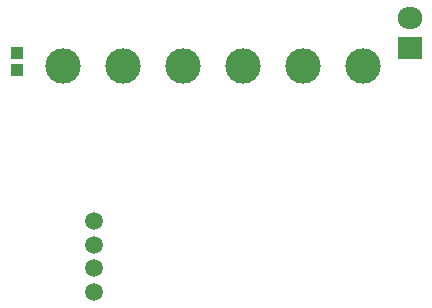
<source format=gts>
G04*
G04 #@! TF.GenerationSoftware,Altium Limited,Altium Designer,21.0.8 (223)*
G04*
G04 Layer_Color=8388736*
%FSTAX24Y24*%
%MOIN*%
G70*
G04*
G04 #@! TF.SameCoordinates,54288C87-6C50-4DCC-9232-1D79D91570B4*
G04*
G04*
G04 #@! TF.FilePolarity,Negative*
G04*
G01*
G75*
%ADD16R,0.0434X0.0395*%
%ADD17C,0.1180*%
%ADD18C,0.0592*%
%ADD19R,0.0830X0.0730*%
%ADD20O,0.0830X0.0730*%
D16*
X063862Y050755D02*
D03*
Y050204D02*
D03*
D17*
X071394Y050312D02*
D03*
X073394D02*
D03*
X075394D02*
D03*
X067394D02*
D03*
X065394D02*
D03*
X069394D02*
D03*
D18*
X066431Y045164D02*
D03*
Y044377D02*
D03*
Y04359D02*
D03*
Y042802D02*
D03*
D19*
X076962Y050929D02*
D03*
D20*
Y051939D02*
D03*
M02*

</source>
